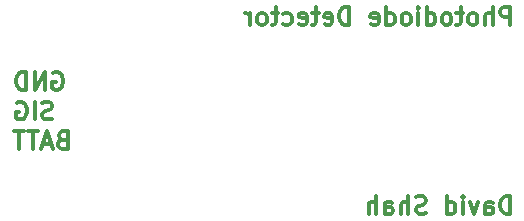
<source format=gbo>
G04 #@! TF.FileFunction,Legend,Bot*
%FSLAX46Y46*%
G04 Gerber Fmt 4.6, Leading zero omitted, Abs format (unit mm)*
G04 Created by KiCad (PCBNEW (2015-01-16 BZR 5376)-product) date 13/04/2015 08:52:01*
%MOMM*%
G01*
G04 APERTURE LIST*
%ADD10C,0.100000*%
%ADD11C,0.300000*%
G04 APERTURE END LIST*
D10*
D11*
X97142857Y-64178571D02*
X97142857Y-62678571D01*
X96785714Y-62678571D01*
X96571429Y-62750000D01*
X96428571Y-62892857D01*
X96357143Y-63035714D01*
X96285714Y-63321429D01*
X96285714Y-63535714D01*
X96357143Y-63821429D01*
X96428571Y-63964286D01*
X96571429Y-64107143D01*
X96785714Y-64178571D01*
X97142857Y-64178571D01*
X95000000Y-64178571D02*
X95000000Y-63392857D01*
X95071429Y-63250000D01*
X95214286Y-63178571D01*
X95500000Y-63178571D01*
X95642857Y-63250000D01*
X95000000Y-64107143D02*
X95142857Y-64178571D01*
X95500000Y-64178571D01*
X95642857Y-64107143D01*
X95714286Y-63964286D01*
X95714286Y-63821429D01*
X95642857Y-63678571D01*
X95500000Y-63607143D01*
X95142857Y-63607143D01*
X95000000Y-63535714D01*
X94428571Y-63178571D02*
X94071428Y-64178571D01*
X93714286Y-63178571D01*
X93142857Y-64178571D02*
X93142857Y-63178571D01*
X93142857Y-62678571D02*
X93214286Y-62750000D01*
X93142857Y-62821429D01*
X93071429Y-62750000D01*
X93142857Y-62678571D01*
X93142857Y-62821429D01*
X91785714Y-64178571D02*
X91785714Y-62678571D01*
X91785714Y-64107143D02*
X91928571Y-64178571D01*
X92214285Y-64178571D01*
X92357143Y-64107143D01*
X92428571Y-64035714D01*
X92500000Y-63892857D01*
X92500000Y-63464286D01*
X92428571Y-63321429D01*
X92357143Y-63250000D01*
X92214285Y-63178571D01*
X91928571Y-63178571D01*
X91785714Y-63250000D01*
X90000000Y-64107143D02*
X89785714Y-64178571D01*
X89428571Y-64178571D01*
X89285714Y-64107143D01*
X89214285Y-64035714D01*
X89142857Y-63892857D01*
X89142857Y-63750000D01*
X89214285Y-63607143D01*
X89285714Y-63535714D01*
X89428571Y-63464286D01*
X89714285Y-63392857D01*
X89857143Y-63321429D01*
X89928571Y-63250000D01*
X90000000Y-63107143D01*
X90000000Y-62964286D01*
X89928571Y-62821429D01*
X89857143Y-62750000D01*
X89714285Y-62678571D01*
X89357143Y-62678571D01*
X89142857Y-62750000D01*
X88500000Y-64178571D02*
X88500000Y-62678571D01*
X87857143Y-64178571D02*
X87857143Y-63392857D01*
X87928572Y-63250000D01*
X88071429Y-63178571D01*
X88285714Y-63178571D01*
X88428572Y-63250000D01*
X88500000Y-63321429D01*
X86500000Y-64178571D02*
X86500000Y-63392857D01*
X86571429Y-63250000D01*
X86714286Y-63178571D01*
X87000000Y-63178571D01*
X87142857Y-63250000D01*
X86500000Y-64107143D02*
X86642857Y-64178571D01*
X87000000Y-64178571D01*
X87142857Y-64107143D01*
X87214286Y-63964286D01*
X87214286Y-63821429D01*
X87142857Y-63678571D01*
X87000000Y-63607143D01*
X86642857Y-63607143D01*
X86500000Y-63535714D01*
X85785714Y-64178571D02*
X85785714Y-62678571D01*
X85142857Y-64178571D02*
X85142857Y-63392857D01*
X85214286Y-63250000D01*
X85357143Y-63178571D01*
X85571428Y-63178571D01*
X85714286Y-63250000D01*
X85785714Y-63321429D01*
X97142857Y-48178571D02*
X97142857Y-46678571D01*
X96571429Y-46678571D01*
X96428571Y-46750000D01*
X96357143Y-46821429D01*
X96285714Y-46964286D01*
X96285714Y-47178571D01*
X96357143Y-47321429D01*
X96428571Y-47392857D01*
X96571429Y-47464286D01*
X97142857Y-47464286D01*
X95642857Y-48178571D02*
X95642857Y-46678571D01*
X95000000Y-48178571D02*
X95000000Y-47392857D01*
X95071429Y-47250000D01*
X95214286Y-47178571D01*
X95428571Y-47178571D01*
X95571429Y-47250000D01*
X95642857Y-47321429D01*
X94071428Y-48178571D02*
X94214286Y-48107143D01*
X94285714Y-48035714D01*
X94357143Y-47892857D01*
X94357143Y-47464286D01*
X94285714Y-47321429D01*
X94214286Y-47250000D01*
X94071428Y-47178571D01*
X93857143Y-47178571D01*
X93714286Y-47250000D01*
X93642857Y-47321429D01*
X93571428Y-47464286D01*
X93571428Y-47892857D01*
X93642857Y-48035714D01*
X93714286Y-48107143D01*
X93857143Y-48178571D01*
X94071428Y-48178571D01*
X93142857Y-47178571D02*
X92571428Y-47178571D01*
X92928571Y-46678571D02*
X92928571Y-47964286D01*
X92857143Y-48107143D01*
X92714285Y-48178571D01*
X92571428Y-48178571D01*
X91857142Y-48178571D02*
X92000000Y-48107143D01*
X92071428Y-48035714D01*
X92142857Y-47892857D01*
X92142857Y-47464286D01*
X92071428Y-47321429D01*
X92000000Y-47250000D01*
X91857142Y-47178571D01*
X91642857Y-47178571D01*
X91500000Y-47250000D01*
X91428571Y-47321429D01*
X91357142Y-47464286D01*
X91357142Y-47892857D01*
X91428571Y-48035714D01*
X91500000Y-48107143D01*
X91642857Y-48178571D01*
X91857142Y-48178571D01*
X90071428Y-48178571D02*
X90071428Y-46678571D01*
X90071428Y-48107143D02*
X90214285Y-48178571D01*
X90499999Y-48178571D01*
X90642857Y-48107143D01*
X90714285Y-48035714D01*
X90785714Y-47892857D01*
X90785714Y-47464286D01*
X90714285Y-47321429D01*
X90642857Y-47250000D01*
X90499999Y-47178571D01*
X90214285Y-47178571D01*
X90071428Y-47250000D01*
X89357142Y-48178571D02*
X89357142Y-47178571D01*
X89357142Y-46678571D02*
X89428571Y-46750000D01*
X89357142Y-46821429D01*
X89285714Y-46750000D01*
X89357142Y-46678571D01*
X89357142Y-46821429D01*
X88428570Y-48178571D02*
X88571428Y-48107143D01*
X88642856Y-48035714D01*
X88714285Y-47892857D01*
X88714285Y-47464286D01*
X88642856Y-47321429D01*
X88571428Y-47250000D01*
X88428570Y-47178571D01*
X88214285Y-47178571D01*
X88071428Y-47250000D01*
X87999999Y-47321429D01*
X87928570Y-47464286D01*
X87928570Y-47892857D01*
X87999999Y-48035714D01*
X88071428Y-48107143D01*
X88214285Y-48178571D01*
X88428570Y-48178571D01*
X86642856Y-48178571D02*
X86642856Y-46678571D01*
X86642856Y-48107143D02*
X86785713Y-48178571D01*
X87071427Y-48178571D01*
X87214285Y-48107143D01*
X87285713Y-48035714D01*
X87357142Y-47892857D01*
X87357142Y-47464286D01*
X87285713Y-47321429D01*
X87214285Y-47250000D01*
X87071427Y-47178571D01*
X86785713Y-47178571D01*
X86642856Y-47250000D01*
X85357142Y-48107143D02*
X85499999Y-48178571D01*
X85785713Y-48178571D01*
X85928570Y-48107143D01*
X85999999Y-47964286D01*
X85999999Y-47392857D01*
X85928570Y-47250000D01*
X85785713Y-47178571D01*
X85499999Y-47178571D01*
X85357142Y-47250000D01*
X85285713Y-47392857D01*
X85285713Y-47535714D01*
X85999999Y-47678571D01*
X83499999Y-48178571D02*
X83499999Y-46678571D01*
X83142856Y-46678571D01*
X82928571Y-46750000D01*
X82785713Y-46892857D01*
X82714285Y-47035714D01*
X82642856Y-47321429D01*
X82642856Y-47535714D01*
X82714285Y-47821429D01*
X82785713Y-47964286D01*
X82928571Y-48107143D01*
X83142856Y-48178571D01*
X83499999Y-48178571D01*
X81428571Y-48107143D02*
X81571428Y-48178571D01*
X81857142Y-48178571D01*
X81999999Y-48107143D01*
X82071428Y-47964286D01*
X82071428Y-47392857D01*
X81999999Y-47250000D01*
X81857142Y-47178571D01*
X81571428Y-47178571D01*
X81428571Y-47250000D01*
X81357142Y-47392857D01*
X81357142Y-47535714D01*
X82071428Y-47678571D01*
X80928571Y-47178571D02*
X80357142Y-47178571D01*
X80714285Y-46678571D02*
X80714285Y-47964286D01*
X80642857Y-48107143D01*
X80499999Y-48178571D01*
X80357142Y-48178571D01*
X79285714Y-48107143D02*
X79428571Y-48178571D01*
X79714285Y-48178571D01*
X79857142Y-48107143D01*
X79928571Y-47964286D01*
X79928571Y-47392857D01*
X79857142Y-47250000D01*
X79714285Y-47178571D01*
X79428571Y-47178571D01*
X79285714Y-47250000D01*
X79214285Y-47392857D01*
X79214285Y-47535714D01*
X79928571Y-47678571D01*
X77928571Y-48107143D02*
X78071428Y-48178571D01*
X78357142Y-48178571D01*
X78500000Y-48107143D01*
X78571428Y-48035714D01*
X78642857Y-47892857D01*
X78642857Y-47464286D01*
X78571428Y-47321429D01*
X78500000Y-47250000D01*
X78357142Y-47178571D01*
X78071428Y-47178571D01*
X77928571Y-47250000D01*
X77500000Y-47178571D02*
X76928571Y-47178571D01*
X77285714Y-46678571D02*
X77285714Y-47964286D01*
X77214286Y-48107143D01*
X77071428Y-48178571D01*
X76928571Y-48178571D01*
X76214285Y-48178571D02*
X76357143Y-48107143D01*
X76428571Y-48035714D01*
X76500000Y-47892857D01*
X76500000Y-47464286D01*
X76428571Y-47321429D01*
X76357143Y-47250000D01*
X76214285Y-47178571D01*
X76000000Y-47178571D01*
X75857143Y-47250000D01*
X75785714Y-47321429D01*
X75714285Y-47464286D01*
X75714285Y-47892857D01*
X75785714Y-48035714D01*
X75857143Y-48107143D01*
X76000000Y-48178571D01*
X76214285Y-48178571D01*
X75071428Y-48178571D02*
X75071428Y-47178571D01*
X75071428Y-47464286D02*
X75000000Y-47321429D01*
X74928571Y-47250000D01*
X74785714Y-47178571D01*
X74642857Y-47178571D01*
X59214285Y-57892857D02*
X58999999Y-57964286D01*
X58928571Y-58035714D01*
X58857142Y-58178571D01*
X58857142Y-58392857D01*
X58928571Y-58535714D01*
X58999999Y-58607143D01*
X59142857Y-58678571D01*
X59714285Y-58678571D01*
X59714285Y-57178571D01*
X59214285Y-57178571D01*
X59071428Y-57250000D01*
X58999999Y-57321429D01*
X58928571Y-57464286D01*
X58928571Y-57607143D01*
X58999999Y-57750000D01*
X59071428Y-57821429D01*
X59214285Y-57892857D01*
X59714285Y-57892857D01*
X58285714Y-58250000D02*
X57571428Y-58250000D01*
X58428571Y-58678571D02*
X57928571Y-57178571D01*
X57428571Y-58678571D01*
X57142857Y-57178571D02*
X56285714Y-57178571D01*
X56714285Y-58678571D02*
X56714285Y-57178571D01*
X56000000Y-57178571D02*
X55142857Y-57178571D01*
X55571428Y-58678571D02*
X55571428Y-57178571D01*
X58357143Y-56107143D02*
X58142857Y-56178571D01*
X57785714Y-56178571D01*
X57642857Y-56107143D01*
X57571428Y-56035714D01*
X57500000Y-55892857D01*
X57500000Y-55750000D01*
X57571428Y-55607143D01*
X57642857Y-55535714D01*
X57785714Y-55464286D01*
X58071428Y-55392857D01*
X58214286Y-55321429D01*
X58285714Y-55250000D01*
X58357143Y-55107143D01*
X58357143Y-54964286D01*
X58285714Y-54821429D01*
X58214286Y-54750000D01*
X58071428Y-54678571D01*
X57714286Y-54678571D01*
X57500000Y-54750000D01*
X56857143Y-56178571D02*
X56857143Y-54678571D01*
X55357143Y-54750000D02*
X55500000Y-54678571D01*
X55714286Y-54678571D01*
X55928571Y-54750000D01*
X56071429Y-54892857D01*
X56142857Y-55035714D01*
X56214286Y-55321429D01*
X56214286Y-55535714D01*
X56142857Y-55821429D01*
X56071429Y-55964286D01*
X55928571Y-56107143D01*
X55714286Y-56178571D01*
X55571429Y-56178571D01*
X55357143Y-56107143D01*
X55285714Y-56035714D01*
X55285714Y-55535714D01*
X55571429Y-55535714D01*
X58428572Y-52250000D02*
X58571429Y-52178571D01*
X58785715Y-52178571D01*
X59000000Y-52250000D01*
X59142858Y-52392857D01*
X59214286Y-52535714D01*
X59285715Y-52821429D01*
X59285715Y-53035714D01*
X59214286Y-53321429D01*
X59142858Y-53464286D01*
X59000000Y-53607143D01*
X58785715Y-53678571D01*
X58642858Y-53678571D01*
X58428572Y-53607143D01*
X58357143Y-53535714D01*
X58357143Y-53035714D01*
X58642858Y-53035714D01*
X57714286Y-53678571D02*
X57714286Y-52178571D01*
X56857143Y-53678571D01*
X56857143Y-52178571D01*
X56142857Y-53678571D02*
X56142857Y-52178571D01*
X55785714Y-52178571D01*
X55571429Y-52250000D01*
X55428571Y-52392857D01*
X55357143Y-52535714D01*
X55285714Y-52821429D01*
X55285714Y-53035714D01*
X55357143Y-53321429D01*
X55428571Y-53464286D01*
X55571429Y-53607143D01*
X55785714Y-53678571D01*
X56142857Y-53678571D01*
M02*

</source>
